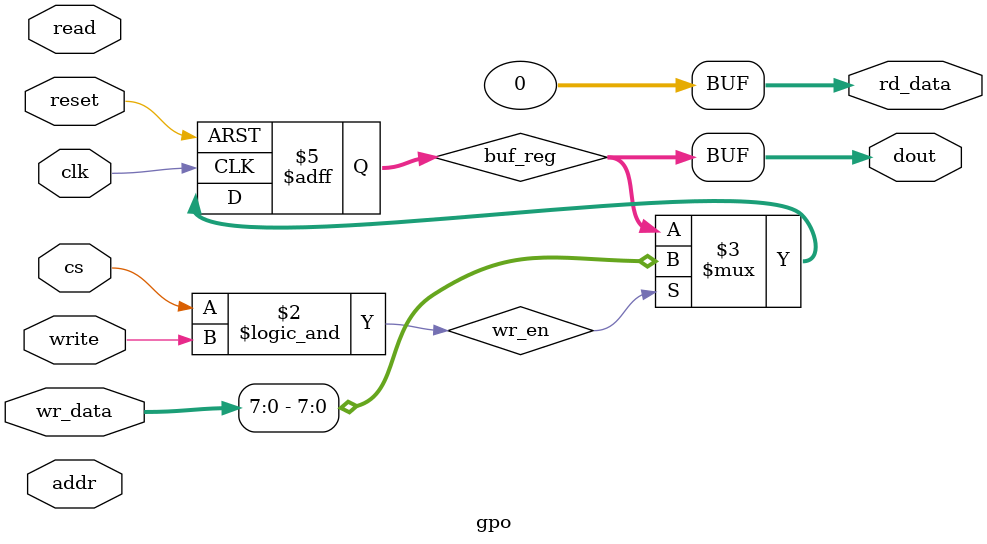
<source format=sv>
module gpo #(parameter W = 8 //! width of output port
) (
	input  logic         clk    ,
	input  logic         reset  ,
	// slot interface
	input  logic         cs     ,
	input  logic         read   ,
	input  logic         write  ,
	input  logic [  4:0] addr   ,
	input  logic [ 31:0] wr_data,
	output logic [ 31:0] rd_data,
	// external port
	output logic [W-1:0] dout
);

	// declaration
	logic [W-1:0] buf_reg;
	logic         wr_en  ;

	// body
	// output buffer register
	always_ff @(posedge clk, posedge reset)
		if (reset)
			buf_reg <= 0;
		else
			if (wr_en)
				buf_reg <= wr_data[W-1:0];
	// decoding logic
	assign wr_en = cs && write;
	// slot read interface
	assign rd_data = 0;
	// external output
	assign dout = buf_reg;
endmodule

</source>
